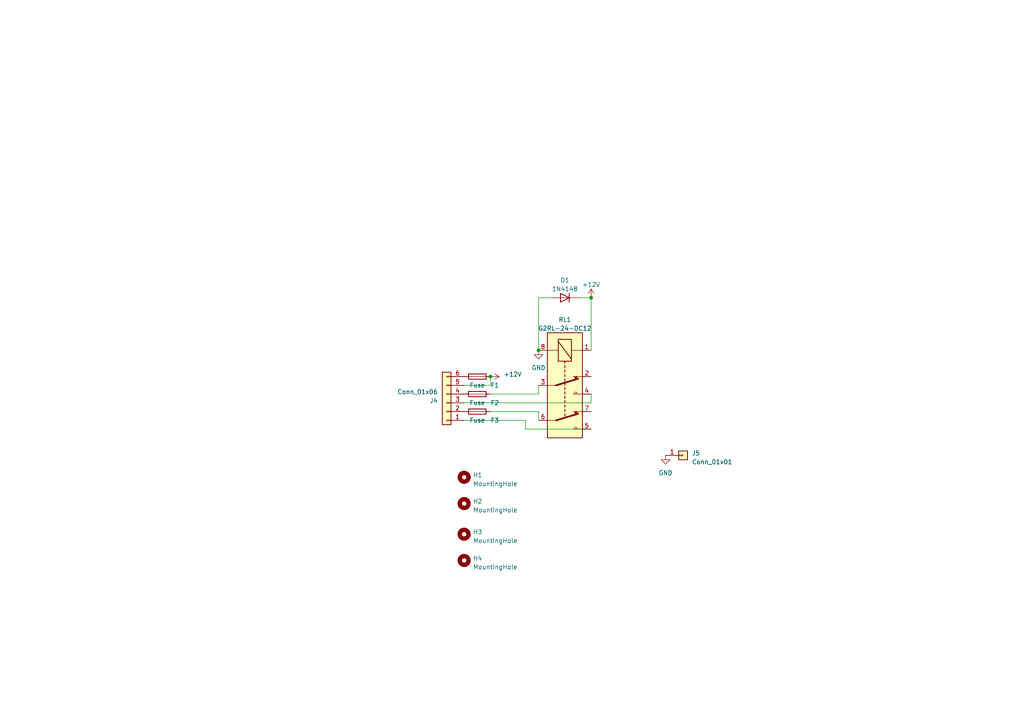
<source format=kicad_sch>
(kicad_sch (version 20230121) (generator eeschema)
  (paper "A4")
  (lib_symbols
    (symbol "Connector_Generic:Conn_01x01" (pin_names (offset 1.016) hide)
      (property "Reference" "J" (at 0 2.54 0))
      (property "Value" "Conn_01x01" (at 0 -2.54 0))
      (symbol "Conn_01x01_1_1"
        (rectangle (start -1.27 0.127) (end 0 -0.127) (stroke (width 0.1524)))
        (rectangle (start -1.27 1.27) (end 1.27 -1.27) (stroke (width 0.254)) (fill (type background)))
        (pin passive line (at -5.08 0 0) (length 3.81) (name "Pin_1") (number "1"))
      )
    )
    (symbol "Connector_Generic:Conn_01x06" (pin_names (offset 1.016) hide)
      (property "Reference" "J" (at 0 7.62 0))
      (property "Value" "Conn_01x06" (at 0 -10.16 0))
      (symbol "Conn_01x06_1_1"
        (rectangle (start -1.27 -7.493) (end 0 -7.747) (stroke (width 0.1524)))
        (rectangle (start -1.27 -4.953) (end 0 -5.207) (stroke (width 0.1524)))
        (rectangle (start -1.27 -2.413) (end 0 -2.667) (stroke (width 0.1524)))
        (rectangle (start -1.27 0.127) (end 0 -0.127) (stroke (width 0.1524)))
        (rectangle (start -1.27 2.667) (end 0 2.413) (stroke (width 0.1524)))
        (rectangle (start -1.27 5.207) (end 0 4.953) (stroke (width 0.1524)))
        (rectangle (start -1.27 6.35) (end 1.27 -8.89) (stroke (width 0.254)) (fill (type background)))
        (pin passive line (at -5.08 5.08 0) (length 3.81) (name "Pin_1") (number "1"))
        (pin passive line (at -5.08 2.54 0) (length 3.81) (name "Pin_2") (number "2"))
        (pin passive line (at -5.08 0 0) (length 3.81) (name "Pin_3") (number "3"))
        (pin passive line (at -5.08 -2.54 0) (length 3.81) (name "Pin_4") (number "4"))
        (pin passive line (at -5.08 -5.08 0) (length 3.81) (name "Pin_5") (number "5"))
        (pin passive line (at -5.08 -7.62 0) (length 3.81) (name "Pin_6") (number "6"))
      )
    )
    (symbol "Device:Fuse" (pin_numbers hide) (pin_names (offset 0))
      (property "Reference" "F" (at 2.032 0 90))
      (property "Value" "Fuse" (at -1.905 0 90))
      (symbol "Fuse_0_1"
        (rectangle (start -0.762 -2.54) (end 0.762 2.54) (stroke (width 0.254)))
        (polyline (pts (xy 0 2.54) (xy 0 -2.54)))
      )
      (symbol "Fuse_1_1"
        (pin passive line (at 0 3.81 270) (length 1.27) (name "~") (number "1"))
        (pin passive line (at 0 -3.81 90) (length 1.27) (name "~") (number "2"))
      )
    )
    (symbol "Diode:1N4148" (pin_numbers hide) (pin_names hide)
      (property "Reference" "D" (at 0 2.54 0))
      (property "Value" "1N4148" (at 0 -2.54 0))
      (symbol "1N4148_0_1"
        (polyline (pts (xy -1.27 1.27) (xy -1.27 -1.27)) (stroke (width 0.254)))
        (polyline (pts (xy 1.27 0) (xy -1.27 0)))
        (polyline (pts (xy 1.27 1.27) (xy 1.27 -1.27) (xy -1.27 0) (xy 1.27 1.27)) (stroke (width 0.254)))
      )
      (symbol "1N4148_1_1"
        (pin passive line (at -3.81 0 0) (length 2.54) (name "K") (number "1"))
        (pin passive line (at 3.81 0 180) (length 2.54) (name "A") (number "2"))
      )
    )
    (symbol "Mechanical:MountingHole" (pin_names (offset 1.016))
      (property "Reference" "H" (at 0 5.08 0))
      (property "Value" "MountingHole" (at 0 3.175 0))
      (symbol "MountingHole_0_1"
        (circle (center 0 0) (radius 1.27) (stroke (width 1.27)))
      )
    )
    (symbol "Relay:G2RL-24-DC12"
      (property "Reference" "RL" (at 16.51 3.81 0))
      (property "Value" "G2RL-24-DC12" (at 16.51 1.27 0))
      (symbol "G2RL-24-DC12_0_1"
        (rectangle (start -15.24 5.08) (end 15.24 -5.08) (stroke (width 0.254)) (fill (type background)))
        (rectangle (start -13.335 1.905) (end -6.985 -1.905) (stroke (width 0.254)))
        (polyline (pts (xy -12.7 -1.905) (xy -7.62 1.905)) (stroke (width 0.254)))
        (polyline (pts (xy -10.16 -5.08) (xy -10.16 -1.905)))
        (polyline (pts (xy -10.16 5.08) (xy -10.16 1.905)))
        (polyline (pts (xy -6.985 0) (xy -6.35 0)) (stroke (width 0.254)))
        (polyline (pts (xy -5.715 0) (xy -5.08 0)) (stroke (width 0.254)))
        (polyline (pts (xy -4.445 0) (xy -3.81 0)) (stroke (width 0.254)))
        (polyline (pts (xy -3.175 0) (xy -2.54 0)) (stroke (width 0.254)))
        (polyline (pts (xy -1.905 0) (xy -1.27 0)) (stroke (width 0.254)))
        (polyline (pts (xy -0.635 0) (xy 0 0)) (stroke (width 0.254)))
        (polyline (pts (xy 0 -2.54) (xy -1.905 3.81)) (stroke (width 0.508)))
        (polyline (pts (xy 0 -2.54) (xy 0 -5.08)))
        (polyline (pts (xy 0.635 0) (xy 1.27 0)) (stroke (width 0.254)))
        (polyline (pts (xy 1.905 0) (xy 2.54 0)) (stroke (width 0.254)))
        (polyline (pts (xy 3.175 0) (xy 3.81 0)) (stroke (width 0.254)))
        (polyline (pts (xy 4.445 0) (xy 5.08 0)) (stroke (width 0.254)))
        (polyline (pts (xy 5.715 0) (xy 6.35 0)) (stroke (width 0.254)))
        (polyline (pts (xy 6.985 0) (xy 7.62 0)) (stroke (width 0.254)))
        (polyline (pts (xy 8.255 0) (xy 8.89 0)) (stroke (width 0.254)))
        (polyline (pts (xy 10.16 -2.54) (xy 8.255 3.81)) (stroke (width 0.508)))
        (polyline (pts (xy 10.16 -2.54) (xy 10.16 -5.08)))
        (polyline (pts (xy -2.54 5.08) (xy -2.54 2.54) (xy -1.905 3.175) (xy -2.54 3.81)) (fill (type outline)))
        (polyline (pts (xy 2.54 5.08) (xy 2.54 2.54) (xy 1.905 3.175) (xy 2.54 3.81)))
        (polyline (pts (xy 7.62 5.08) (xy 7.62 2.54) (xy 8.255 3.175) (xy 7.62 3.81)) (fill (type outline)))
        (polyline (pts (xy 12.7 5.08) (xy 12.7 2.54) (xy 12.065 3.175) (xy 12.7 3.81)))
      )
      (symbol "G2RL-24-DC12_1_1"
        (pin passive line (at -10.16 7.62 270) (length 2.54) (name "~") (number "1"))
        (pin passive line (at -2.54 7.62 270) (length 2.54) (name "~") (number "2"))
        (pin passive line (at 0 -7.62 90) (length 2.54) (name "~") (number "3"))
        (pin passive line (at 2.54 7.62 270) (length 2.54) (name "~") (number "4"))
        (pin passive line (at 12.7 7.62 270) (length 2.54) (name "~") (number "5"))
        (pin passive line (at 10.16 -7.62 90) (length 2.54) (name "~") (number "6"))
        (pin passive line (at 7.62 7.62 270) (length 2.54) (name "~") (number "7"))
        (pin passive line (at -10.16 -7.62 90) (length 2.54) (name "~") (number "8"))
      )
    )
    (symbol "power:+12V" (power) (pin_names (offset 0))
      (property "Value" "+12V" (at 0 3.556 0))
      (symbol "+12V_0_1"
        (polyline (pts (xy -0.762 1.27) (xy 0 2.54)))
        (polyline (pts (xy 0 0) (xy 0 2.54)))
        (polyline (pts (xy 0 2.54) (xy 0.762 1.27)))
      )
      (symbol "+12V_1_1"
        (pin power_in line (at 0 0 90) (length 0) hide (name "+12V") (number "1"))
      )
    )
    (symbol "power:GND" (power) (pin_names (offset 0))
      (property "Value" "GND" (at 0 -3.81 0))
      (symbol "GND_0_1"
        (polyline (pts (xy 0 0) (xy 0 -1.27) (xy 1.27 -1.27) (xy 0 -2.54) (xy -1.27 -1.27) (xy 0 -1.27)))
      )
      (symbol "GND_1_1"
        (pin power_in line (at 0 0 270) (length 0) hide (name "GND") (number "1"))
      )
    )
  )
  (junction (at 156.21 101.6))
  (junction (at 142.24 109.22))
  (junction (at 171.45 86.36))
  (wire (pts (xy 160.02 86.36) (xy 156.21 86.36)))
  (wire (pts (xy 134.62 116.84) (xy 171.45 116.84)))
  (wire (pts (xy 134.62 121.92) (xy 152.4 121.92)))
  (wire (pts (xy 167.64 86.36) (xy 171.45 86.36)))
  (wire (pts (xy 156.21 114.3) (xy 156.21 111.76)))
  (wire (pts (xy 152.4 124.46) (xy 171.45 124.46)))
  (wire (pts (xy 142.24 114.3) (xy 156.21 114.3)))
  (wire (pts (xy 142.24 111.76) (xy 142.24 109.22)))
  (wire (pts (xy 134.62 111.76) (xy 142.24 111.76)))
  (wire (pts (xy 171.45 116.84) (xy 171.45 114.3)))
  (wire (pts (xy 142.24 119.38) (xy 156.21 119.38)))
  (wire (pts (xy 152.4 121.92) (xy 152.4 124.46)))
  (wire (pts (xy 156.21 86.36) (xy 156.21 101.6)))
  (wire (pts (xy 156.21 119.38) (xy 156.21 121.92)))
  (wire (pts (xy 171.45 86.36) (xy 171.45 101.6)))
  (symbol (lib_id "power:+12V") (at 171.45 86.36 0) (unit 1)
    (property "Reference" "#PWR04" (effects hide))
    (property "Value" "+12V" (at 171.45 82.55 0))
  )
  (symbol (lib_id "Device:Fuse") (at 138.43 119.38 270) (unit 1)
    (property "Reference" "F3" (at 143.51 121.92 90))
    (property "Value" "Fuse" (at 138.43 121.92 90))
    (property "Footprint" "Fuse:Fuseholder_Blade_Mini_Keystone_3568" (effects hide))
  )
  (symbol (lib_id "Mechanical:MountingHole") (at 134.62 146.05 0) (unit 1)
    (property "Reference" "H2" (at 137.16 145.415 0) (effects (justify left)))
    (property "Value" "MountingHole" (at 137.16 147.955 0) (effects (justify left)))
    (property "Footprint" "MountingHole:MountingHole_3.2mm_M3" (effects hide))
  )
  (symbol (lib_id "Device:Fuse") (at 138.43 109.22 270) (unit 1)
    (property "Reference" "F1" (at 143.51 111.76 90))
    (property "Value" "Fuse" (at 138.43 111.76 90))
    (property "Footprint" "Fuse:Fuseholder_Blade_Mini_Keystone_3568" (effects hide))
  )
  (symbol (lib_id "Relay:G2RL-24-DC12") (at 163.83 111.76 270) (unit 1)
    (property "Reference" "RL1" (at 163.83 92.71 90))
    (property "Value" "G2RL-24-DC12" (at 163.83 95.25 90))
    (property "Footprint" "Relay_THT:Relay_DPDT_Omron_G2RL" (effects hide))
    (property "Datasheet" "https://omronfs.omron.com/en_US/ecb/products/pdf/en-g2rl.pdf" (effects hide))
  )
  (symbol (lib_id "Diode:1N4148") (at 163.83 86.36 180) (unit 1)
    (property "Reference" "D1" (at 163.83 81.28 0))
    (property "Value" "1N4148" (at 163.83 83.82 0))
    (property "Footprint" "Diode_THT:D_DO-35_SOD27_P7.62mm_Horizontal" (effects hide))
    (property "Datasheet" "https://assets.nexperia.com/documents/data-sheet/1N4148_1N4448.pdf" (effects hide))
    (property "Sim.Device" "D" (effects hide))
    (property "Sim.Pins" "1=K 2=A" (effects hide))
  )
  (symbol (lib_id "power:GND") (at 156.21 101.6 0) (unit 1)
    (property "Reference" "#PWR02" (effects hide))
    (property "Value" "GND" (at 156.21 106.68 0))
  )
  (symbol (lib_id "Device:Fuse") (at 138.43 114.3 270) (unit 1)
    (property "Reference" "F2" (at 143.51 116.84 90))
    (property "Value" "Fuse" (at 138.43 116.84 90))
    (property "Footprint" "Fuse:Fuseholder_Blade_Mini_Keystone_3568" (effects hide))
  )
  (symbol (lib_id "Connector_Generic:Conn_01x01") (at 198.12 132.08 0) (unit 1)
    (property "Reference" "J5" (at 200.66 131.445 0) (effects (justify left)))
    (property "Value" "Conn_01x01" (at 200.66 133.985 0) (effects (justify left)))
    (property "Footprint" "Connector_Wire:SolderWire-1sqmm_1x01_D1.4mm_OD2.7mm_Relief" (effects hide))
  )
  (symbol (lib_id "Mechanical:MountingHole") (at 134.62 162.56 0) (unit 1)
    (property "Reference" "H4" (at 137.16 161.925 0) (effects (justify left)))
    (property "Value" "MountingHole" (at 137.16 164.465 0) (effects (justify left)))
    (property "Footprint" "MountingHole:MountingHole_3.2mm_M3" (effects hide))
  )
  (symbol (lib_id "power:+12V") (at 142.24 109.22 270) (unit 1)
    (property "Reference" "#PWR03" (effects hide))
    (property "Value" "+12V" (at 146.05 108.585 90) (effects (justify left)))
  )
  (symbol (lib_id "power:GND") (at 193.04 132.08 0) (unit 1)
    (property "Reference" "#PWR01" (effects hide))
    (property "Value" "GND" (at 193.04 137.16 0))
  )
  (symbol (lib_id "Mechanical:MountingHole") (at 134.62 154.94 0) (unit 1)
    (property "Reference" "H3" (at 137.16 154.305 0) (effects (justify left)))
    (property "Value" "MountingHole" (at 137.16 156.845 0) (effects (justify left)))
    (property "Footprint" "MountingHole:MountingHole_3.2mm_M3" (effects hide))
  )
  (symbol (lib_id "Connector_Generic:Conn_01x06") (at 129.54 116.84 180) (unit 1)
    (property "Reference" "J4" (at 127 116.205 0) (effects (justify left)))
    (property "Value" "Conn_01x06" (at 127 113.665 0) (effects (justify left)))
    (property "Footprint" "Connector_Wire:SolderWire-1sqmm_1x06_P5.4mm_D1.4mm_OD2.7mm_Relief" (effects hide))
  )
  (symbol (lib_id "Mechanical:MountingHole") (at 134.62 138.43 0) (unit 1)
    (property "Reference" "H1" (at 137.16 137.795 0) (effects (justify left)))
    (property "Value" "MountingHole" (at 137.16 140.335 0) (effects (justify left)))
    (property "Footprint" "MountingHole:MountingHole_3.2mm_M3" (effects hide))
  )
)
</source>
